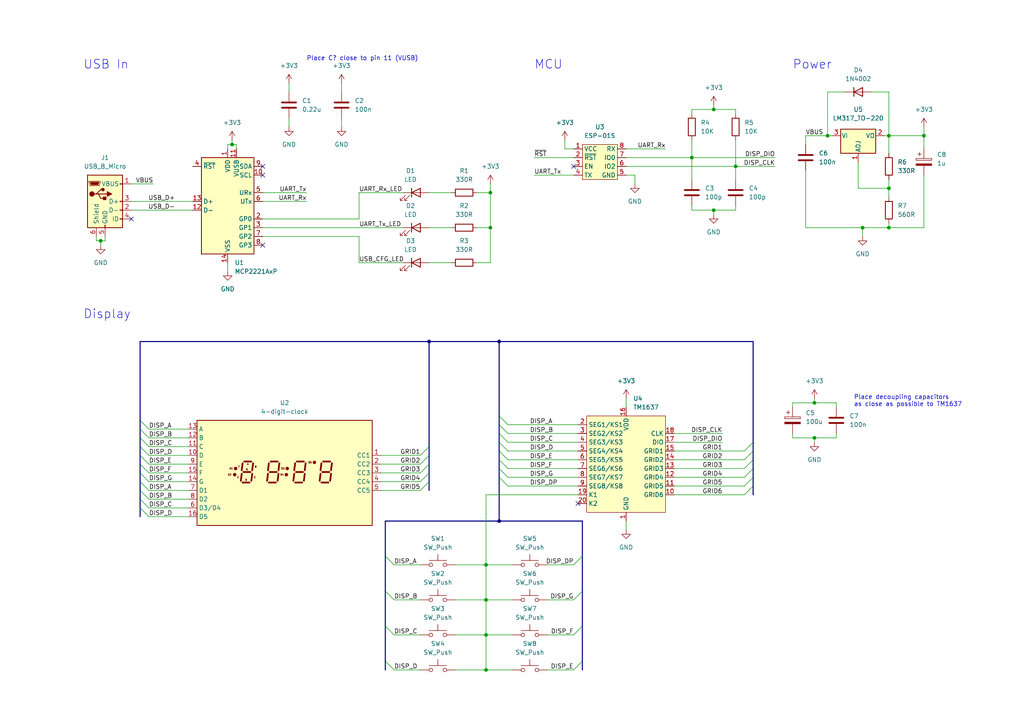
<source format=kicad_sch>
(kicad_sch (version 20211123) (generator eeschema)
  (paper "A4")
  (title_block (title "Large Network Clock") (date "2023-02-11") (rev "0.1") (company "Matthew Nickson") (comment 1 "Licence: CERN-OHL-P-2.0 or any later version"))
  (lib_symbols
    (symbol "Connector:USB_B_Micro" (pin_names (offset 1.016))
      (property "Reference" "J" (at -5.08 11.43 0))
      (property "Value" "USB_B_Micro" (at -5.08 8.89 0))
      (symbol "USB_B_Micro_0_1"
        (rectangle (start -5.08 -7.62) (end 5.08 7.62) (stroke (width 0.254)) (fill (type background)))
        (circle (center -3.81 2.159) (radius 0.635) (stroke (width 0.254)) (fill (type outline)))
        (circle (center -0.635 3.429) (radius 0.381) (stroke (width 0.254)) (fill (type outline)))
        (rectangle (start -0.127 -7.62) (end 0.127 -6.858))
        (polyline (pts (xy -1.905 2.159) (xy 0.635 2.159)) (stroke (width 0.254)))
        (polyline (pts (xy -3.175 2.159) (xy -2.54 2.159) (xy -1.27 3.429) (xy -0.635 3.429)) (stroke (width 0.254)))
        (polyline (pts (xy -2.54 2.159) (xy -1.905 2.159) (xy -1.27 0.889) (xy 0 0.889)) (stroke (width 0.254)))
        (polyline (pts (xy 0.635 2.794) (xy 0.635 1.524) (xy 1.905 2.159) (xy 0.635 2.794)) (stroke (width 0.254)) (fill (type outline)))
        (polyline (pts (xy -4.318 5.588) (xy -1.778 5.588) (xy -2.032 4.826) (xy -4.064 4.826) (xy -4.318 5.588)) (fill (type outline)))
        (polyline (pts (xy -4.699 5.842) (xy -4.699 5.588) (xy -4.445 4.826) (xy -4.445 4.572) (xy -1.651 4.572) (xy -1.651 4.826) (xy -1.397 5.588) (xy -1.397 5.842) (xy -4.699 5.842)))
        (rectangle (start 0.254 1.27) (end -0.508 0.508) (stroke (width 0.254)) (fill (type outline)))
        (rectangle (start 5.08 -5.207) (end 4.318 -4.953))
        (rectangle (start 5.08 -2.667) (end 4.318 -2.413))
        (rectangle (start 5.08 -0.127) (end 4.318 0.127))
        (rectangle (start 5.08 4.953) (end 4.318 5.207))
      )
      (symbol "USB_B_Micro_1_1"
        (pin power_out line (at 7.62 5.08 180) (length 2.54) (name "VBUS") (number "1"))
        (pin bidirectional line (at 7.62 -2.54 180) (length 2.54) (name "D-") (number "2"))
        (pin bidirectional line (at 7.62 0 180) (length 2.54) (name "D+") (number "3"))
        (pin passive line (at 7.62 -5.08 180) (length 2.54) (name "ID") (number "4"))
        (pin power_out line (at 0 -10.16 90) (length 2.54) (name "GND") (number "5"))
        (pin passive line (at -2.54 -10.16 90) (length 2.54) (name "Shield") (number "6"))
      )
    )
    (symbol "Device:C" (pin_numbers hide) (pin_names (offset 0.254))
      (property "Reference" "C" (at 0.635 2.54 0))
      (property "Value" "C" (at 0.635 -2.54 0))
      (symbol "C_0_1"
        (polyline (pts (xy -2.032 -0.762) (xy 2.032 -0.762)) (stroke (width 0.508)))
        (polyline (pts (xy -2.032 0.762) (xy 2.032 0.762)) (stroke (width 0.508)))
      )
      (symbol "C_1_1"
        (pin passive line (at 0 3.81 270) (length 2.794) (name "~") (number "1"))
        (pin passive line (at 0 -3.81 90) (length 2.794) (name "~") (number "2"))
      )
    )
    (symbol "Device:C_Polarized" (pin_numbers hide) (pin_names (offset 0.254))
      (property "Reference" "C" (at 0.635 2.54 0))
      (property "Value" "C_Polarized" (at 0.635 -2.54 0))
      (symbol "C_Polarized_0_1"
        (rectangle (start -2.286 0.508) (end 2.286 1.016))
        (polyline (pts (xy -1.778 2.286) (xy -0.762 2.286)))
        (polyline (pts (xy -1.27 2.794) (xy -1.27 1.778)))
        (rectangle (start 2.286 -0.508) (end -2.286 -1.016) (fill (type outline)))
      )
      (symbol "C_Polarized_1_1"
        (pin passive line (at 0 3.81 270) (length 2.794) (name "~") (number "1"))
        (pin passive line (at 0 -3.81 90) (length 2.794) (name "~") (number "2"))
      )
    )
    (symbol "Device:LED" (pin_numbers hide) (pin_names (offset 1.016) hide)
      (property "Reference" "D" (at 0 2.54 0))
      (property "Value" "LED" (at 0 -2.54 0))
      (symbol "LED_0_1"
        (polyline (pts (xy -1.27 -1.27) (xy -1.27 1.27)) (stroke (width 0.254)))
        (polyline (pts (xy -1.27 0) (xy 1.27 0)))
        (polyline (pts (xy 1.27 -1.27) (xy 1.27 1.27) (xy -1.27 0) (xy 1.27 -1.27)) (stroke (width 0.254)))
        (polyline (pts (xy -3.048 -0.762) (xy -4.572 -2.286) (xy -3.81 -2.286) (xy -4.572 -2.286) (xy -4.572 -1.524)))
        (polyline (pts (xy -1.778 -0.762) (xy -3.302 -2.286) (xy -2.54 -2.286) (xy -3.302 -2.286) (xy -3.302 -1.524)))
      )
      (symbol "LED_1_1"
        (pin passive line (at -3.81 0 0) (length 2.54) (name "K") (number "1"))
        (pin passive line (at 3.81 0 180) (length 2.54) (name "A") (number "2"))
      )
    )
    (symbol "Device:R" (pin_numbers hide) (pin_names (offset 0))
      (property "Reference" "R" (at 2.032 0 90))
      (property "Value" "R" (at 0 0 90))
      (symbol "R_0_1"
        (rectangle (start -1.016 -2.54) (end 1.016 2.54) (stroke (width 0.254)))
      )
      (symbol "R_1_1"
        (pin passive line (at 0 3.81 270) (length 1.27) (name "~") (number "1"))
        (pin passive line (at 0 -3.81 90) (length 1.27) (name "~") (number "2"))
      )
    )
    (symbol "Diode:1N4002" (pin_numbers hide) (pin_names hide)
      (property "Reference" "D" (at 0 2.54 0))
      (property "Value" "1N4002" (at 0 -2.54 0))
      (symbol "1N4002_0_1"
        (polyline (pts (xy -1.27 1.27) (xy -1.27 -1.27)) (stroke (width 0.254)))
        (polyline (pts (xy 1.27 0) (xy -1.27 0)))
        (polyline (pts (xy 1.27 1.27) (xy 1.27 -1.27) (xy -1.27 0) (xy 1.27 1.27)) (stroke (width 0.254)))
      )
      (symbol "1N4002_1_1"
        (pin passive line (at -3.81 0 0) (length 2.54) (name "K") (number "1"))
        (pin passive line (at 3.81 0 180) (length 2.54) (name "A") (number "2"))
      )
    )
    (symbol "Interface_USB:MCP2221AxP"
      (property "Reference" "U" (at -7.62 16.51 0))
      (property "Value" "MCP2221AxP" (at 12.7 16.51 0))
      (symbol "MCP2221AxP_0_1"
        (rectangle (start -7.62 15.24) (end 7.62 -12.7) (stroke (width 0.254)) (fill (type background)))
      )
      (symbol "MCP2221AxP_1_1"
        (pin power_in line (at 0 17.78 270) (length 2.54) (name "VDD") (number "1"))
        (pin bidirectional line (at 10.16 10.16 180) (length 2.54) (name "SCL") (number "10"))
        (pin passive line (at 2.54 17.78 270) (length 2.54) (name "VUSB") (number "11"))
        (pin bidirectional line (at -10.16 0 0) (length 2.54) (name "D-") (number "12"))
        (pin bidirectional line (at -10.16 2.54 0) (length 2.54) (name "D+") (number "13"))
        (pin power_in line (at 0 -15.24 90) (length 2.54) (name "VSS") (number "14"))
        (pin bidirectional line (at 10.16 -2.54 180) (length 2.54) (name "GP0") (number "2"))
        (pin bidirectional line (at 10.16 -5.08 180) (length 2.54) (name "GP1") (number "3"))
        (pin input line (at -10.16 12.7 0) (length 2.54) (name "~{RST}") (number "4"))
        (pin input line (at 10.16 5.08 180) (length 2.54) (name "URx") (number "5"))
        (pin output line (at 10.16 2.54 180) (length 2.54) (name "UTx") (number "6"))
        (pin bidirectional line (at 10.16 -7.62 180) (length 2.54) (name "GP2") (number "7"))
        (pin bidirectional line (at 10.16 -10.16 180) (length 2.54) (name "GP3") (number "8"))
        (pin bidirectional line (at 10.16 12.7 180) (length 2.54) (name "SDA") (number "9"))
      )
    )
    (symbol "Regulator_Linear:LM317_TO-220" (pin_names (offset 0.254))
      (property "Reference" "U" (at -3.81 3.175 0))
      (property "Value" "LM317_TO-220" (at 0 3.175 0))
      (symbol "LM317_TO-220_0_1"
        (rectangle (start -5.08 1.905) (end 5.08 -5.08) (stroke (width 0.254)) (fill (type background)))
      )
      (symbol "LM317_TO-220_1_1"
        (pin input line (at 0 -7.62 90) (length 2.54) (name "ADJ") (number "1"))
        (pin power_out line (at 7.62 0 180) (length 2.54) (name "VO") (number "2"))
        (pin power_in line (at -7.62 0 0) (length 2.54) (name "VI") (number "3"))
      )
    )
    (symbol "Switch:SW_Push" (pin_numbers hide) (pin_names (offset 1.016) hide)
      (property "Reference" "SW" (at 1.27 2.54 0))
      (property "Value" "SW_Push" (at 0 -1.524 0))
      (symbol "SW_Push_0_1"
        (circle (center -2.032 0) (radius 0.508))
        (polyline (pts (xy 0 1.27) (xy 0 3.048)))
        (polyline (pts (xy 2.54 1.27) (xy -2.54 1.27)))
        (circle (center 2.032 0) (radius 0.508))
        (pin passive line (at -5.08 0 0) (length 2.54) (name "1") (number "1"))
        (pin passive line (at 5.08 0 180) (length 2.54) (name "2") (number "2"))
      )
    )
    (symbol "power:+3V3" (power) (pin_names (offset 0))
      (property "Value" "+3V3" (at 0 3.556 0))
      (symbol "+3V3_0_1"
        (polyline (pts (xy -0.762 1.27) (xy 0 2.54)))
        (polyline (pts (xy 0 0) (xy 0 2.54)))
        (polyline (pts (xy 0 2.54) (xy 0.762 1.27)))
      )
      (symbol "+3V3_1_1"
        (pin power_in line (at 0 0 90) (length 0) hide (name "+3V3") (number "1"))
      )
    )
    (symbol "power:GND" (power) (pin_names (offset 0))
      (property "Value" "GND" (at 0 -3.81 0))
      (symbol "GND_0_1"
        (polyline (pts (xy 0 0) (xy 0 -1.27) (xy 1.27 -1.27) (xy 0 -2.54) (xy -1.27 -1.27) (xy 0 -1.27)))
      )
      (symbol "GND_1_1"
        (pin power_in line (at 0 0 270) (length 0) hide (name "GND") (number "1"))
      )
    )
    (symbol "project_symbols:4-digit-clock"
      (property "Reference" "U" (at 0 0 0))
      (property "Value" "4-digit-clock" (at 0 0 0))
      (symbol "4-digit-clock_0_0"
        (rectangle (start -25.4 -3.81) (end 25.4 -34.29) (stroke (width 0.254)) (fill (type background)))
      )
      (symbol "4-digit-clock_0_1"
        (circle (center -14.478 -19.558) (radius 0.0001) (stroke (width 0.5)))
        (circle (center -14.224 -17.78) (radius 0.0001) (stroke (width 0.5)))
        (circle (center 0.508 -19.558) (radius 0.0001) (stroke (width 0.5)))
        (circle (center 0.762 -17.78) (radius 0.0001) (stroke (width 0.5)))
        (circle (center 8.636 -16.002) (radius 0.0001) (stroke (width 0.5)))
      )
      (symbol "4-digit-clock_1_0"
        (text "A" (at -10.668 -16.51 0) (effects (font (size 0.508 0.508))))
        (text "B" (at -8.382 -17.272 0) (effects (font (size 0.508 0.508))))
        (text "C" (at -8.636 -20.32 0) (effects (font (size 0.508 0.508))))
        (text "D" (at -11.176 -21.082 0) (effects (font (size 0.508 0.508))))
        (text "D1" (at -15.494 -17.78 0) (effects (font (size 0.508 0.508))))
        (text "D2" (at -15.9512 -19.558 0) (effects (font (size 0.508 0.508))))
        (text "D3" (at -0.508 -17.78 0) (effects (font (size 0.508 0.508))))
        (text "D4" (at -0.762 -19.558 0) (effects (font (size 0.508 0.508))))
        (text "D5" (at 7.366 -16.002 0) (effects (font (size 0.508 0.508))))
        (text "E" (at -13.462 -20.32 0) (effects (font (size 0.508 0.508))))
        (text "F" (at -13.208 -17.272 0) (effects (font (size 0.508 0.508))))
        (text "G" (at -10.922 -18.034 0) (effects (font (size 0.508 0.508))))
      )
      (symbol "4-digit-clock_1_1"
        (polyline (pts (xy -12.446 -19.304) (xy -12.7 -21.336)) (stroke (width 0.508)))
        (polyline (pts (xy -12.192 -21.844) (xy -10.16 -21.844)) (stroke (width 0.508)))
        (polyline (pts (xy -12.192 -16.256) (xy -12.446 -18.288)) (stroke (width 0.508)))
        (polyline (pts (xy -11.938 -18.796) (xy -9.906 -18.796)) (stroke (width 0.508)))
        (polyline (pts (xy -11.684 -15.748) (xy -9.652 -15.748)) (stroke (width 0.508)))
        (polyline (pts (xy -9.398 -19.304) (xy -9.652 -21.336)) (stroke (width 0.508)))
        (polyline (pts (xy -9.144 -16.256) (xy -9.398 -18.288)) (stroke (width 0.508)))
        (polyline (pts (xy -8.382 -21.844) (xy -8.382 -21.844)) (stroke (width 0.508)))
        (polyline (pts (xy -4.826 -19.304) (xy -5.08 -21.336)) (stroke (width 0.508)))
        (polyline (pts (xy -4.572 -21.844) (xy -2.54 -21.844)) (stroke (width 0.508)))
        (polyline (pts (xy -4.572 -16.256) (xy -4.826 -18.288)) (stroke (width 0.508)))
        (polyline (pts (xy -4.318 -18.796) (xy -2.286 -18.796)) (stroke (width 0.508)))
        (polyline (pts (xy -4.064 -15.748) (xy -2.032 -15.748)) (stroke (width 0.508)))
        (polyline (pts (xy -1.778 -19.304) (xy -2.032 -21.336)) (stroke (width 0.508)))
        (polyline (pts (xy -1.524 -16.256) (xy -1.778 -18.288)) (stroke (width 0.508)))
        (polyline (pts (xy -0.762 -21.844) (xy -0.762 -21.844)) (stroke (width 0.508)))
        (polyline (pts (xy 2.794 -19.304) (xy 2.54 -21.336)) (stroke (width 0.508)))
        (polyline (pts (xy 3.048 -21.844) (xy 5.08 -21.844)) (stroke (width 0.508)))
        (polyline (pts (xy 3.048 -16.256) (xy 2.794 -18.288)) (stroke (width 0.508)))
        (polyline (pts (xy 3.302 -18.796) (xy 5.334 -18.796)) (stroke (width 0.508)))
        (polyline (pts (xy 3.556 -15.748) (xy 5.588 -15.748)) (stroke (width 0.508)))
        (polyline (pts (xy 5.842 -19.304) (xy 5.588 -21.336)) (stroke (width 0.508)))
        (polyline (pts (xy 6.096 -16.256) (xy 5.842 -18.288)) (stroke (width 0.508)))
        (polyline (pts (xy 6.858 -21.844) (xy 6.858 -21.844)) (stroke (width 0.508)))
        (polyline (pts (xy 10.414 -19.304) (xy 10.16 -21.336)) (stroke (width 0.508)))
        (polyline (pts (xy 10.668 -21.844) (xy 12.7 -21.844)) (stroke (width 0.508)))
        (polyline (pts (xy 10.668 -16.256) (xy 10.414 -18.288)) (stroke (width 0.508)))
        (polyline (pts (xy 10.922 -18.796) (xy 12.954 -18.796)) (stroke (width 0.508)))
        (polyline (pts (xy 11.176 -15.748) (xy 13.208 -15.748)) (stroke (width 0.508)))
        (polyline (pts (xy 13.462 -19.304) (xy 13.208 -21.336)) (stroke (width 0.508)))
        (polyline (pts (xy 13.716 -16.256) (xy 13.462 -18.288)) (stroke (width 0.508)))
        (polyline (pts (xy 14.478 -21.844) (xy 14.478 -21.844)) (stroke (width 0.508)))
        (pin input line (at 27.94 -13.97 180) (length 2.54) (name "CC1") (number "1"))
        (pin input line (at -27.94 -13.97 0) (length 2.54) (name "D") (number "10"))
        (pin input line (at -27.94 -11.43 0) (length 2.54) (name "C") (number "11"))
        (pin input line (at -27.94 -8.89 0) (length 2.54) (name "B") (number "12"))
        (pin input line (at -27.94 -6.35 0) (length 2.54) (name "A") (number "13"))
        (pin input line (at -27.94 -21.59 0) (length 2.54) (name "G") (number "14"))
        (pin input line (at -27.94 -19.05 0) (length 2.54) (name "F") (number "15"))
        (pin input line (at -27.94 -31.75 0) (length 2.54) (name "D5") (number "16"))
        (pin input line (at 27.94 -16.51 180) (length 2.54) (name "CC2") (number "2"))
        (pin input line (at 27.94 -19.05 180) (length 2.54) (name "CC3") (number "3"))
        (pin input line (at 27.94 -21.59 180) (length 2.54) (name "CC4") (number "4"))
        (pin input line (at 27.94 -24.13 180) (length 2.54) (name "CC5") (number "5"))
        (pin input line (at -27.94 -29.21 0) (length 2.54) (name "D3/D4") (number "6"))
        (pin input line (at -27.94 -24.13 0) (length 2.54) (name "D1") (number "7"))
        (pin input line (at -27.94 -26.67 0) (length 2.54) (name "D2") (number "8"))
        (pin input line (at -27.94 -16.51 0) (length 2.54) (name "E") (number "9"))
      )
    )
    (symbol "project_symbols:ESP-01S"
      (property "Reference" "U" (at 0 0 0))
      (property "Value" "ESP-01S" (at 0 0 0))
      (symbol "ESP-01S_0_1"
        (rectangle (start -5.08 -2.54) (end 5.08 -12.7) (fill (type background)))
      )
      (symbol "ESP-01S_1_1"
        (pin power_in line (at -7.62 -3.81 0) (length 2.54) (name "VCC") (number "1"))
        (pin input line (at -7.62 -6.35 0) (length 2.54) (name "~{RST}") (number "2"))
        (pin input line (at -7.62 -8.89 0) (length 2.54) (name "EN") (number "3"))
        (pin output line (at -7.62 -11.43 0) (length 2.54) (name "TX") (number "4"))
        (pin power_in line (at 7.62 -11.43 180) (length 2.54) (name "GND") (number "5"))
        (pin bidirectional line (at 7.62 -8.89 180) (length 2.54) (name "IO2") (number "6"))
        (pin bidirectional line (at 7.62 -6.35 180) (length 2.54) (name "IO0") (number "7"))
        (pin input line (at 7.62 -3.81 180) (length 2.54) (name "RX") (number "8"))
      )
    )
    (symbol "project_symbols:TM1637"
      (property "Reference" "U" (at 0 0 0))
      (property "Value" "TM1637" (at 0 0 0))
      (symbol "TM1637_0_1"
        (rectangle (start -5.08 -2.54) (end 17.78 -30.48) (fill (type background)))
      )
      (symbol "TM1637_1_1"
        (pin power_in line (at 6.35 -33.02 90) (length 2.54) (name "GND") (number "1"))
        (pin output line (at 20.32 -25.4 180) (length 2.54) (name "GRID6") (number "10"))
        (pin output line (at 20.32 -22.86 180) (length 2.54) (name "GRID5") (number "11"))
        (pin output line (at 20.32 -20.32 180) (length 2.54) (name "GRID4") (number "12"))
        (pin output line (at 20.32 -17.78 180) (length 2.54) (name "GRID3") (number "13"))
        (pin output line (at 20.32 -15.24 180) (length 2.54) (name "GRID2") (number "14"))
        (pin output line (at 20.32 -12.7 180) (length 2.54) (name "GRID1") (number "15"))
        (pin power_in line (at 6.35 0 270) (length 2.54) (name "VDD") (number "16"))
        (pin bidirectional line (at 20.32 -10.16 180) (length 2.54) (name "DIO") (number "17"))
        (pin input line (at 20.32 -7.62 180) (length 2.54) (name "CLK") (number "18"))
        (pin input line (at -7.62 -25.4 0) (length 2.54) (name "K1") (number "19"))
        (pin bidirectional line (at -7.62 -5.08 0) (length 2.54) (name "SEG1/KS1") (number "2"))
        (pin input line (at -7.62 -27.94 0) (length 2.54) (name "K2") (number "20"))
        (pin bidirectional line (at -7.62 -7.62 0) (length 2.54) (name "SEG2/KS2") (number "3"))
        (pin bidirectional line (at -7.62 -10.16 0) (length 2.54) (name "SEG3/KS3") (number "4"))
        (pin bidirectional line (at -7.62 -12.7 0) (length 2.54) (name "SEG4/KS4") (number "5"))
        (pin bidirectional line (at -7.62 -15.24 0) (length 2.54) (name "SEG5/KS5") (number "6"))
        (pin bidirectional line (at -7.62 -17.78 0) (length 2.54) (name "SEG6/KS6") (number "7"))
        (pin bidirectional line (at -7.62 -20.32 0) (length 2.54) (name "SEG7/KS7") (number "8"))
        (pin bidirectional line (at -7.62 -22.86 0) (length 2.54) (name "SEG8/KS8") (number "9"))
      )
    )
  )
  (junction (at 142.24 55.88))
  (junction (at 257.81 39.37))
  (junction (at 267.97 39.37))
  (junction (at 240.03 39.37))
  (junction (at 29.21 69.85))
  (junction (at 257.81 54.61))
  (junction (at 140.97 173.99))
  (junction (at 144.78 99.06))
  (junction (at 236.22 127))
  (junction (at 144.78 151.13))
  (junction (at 200.66 45.72))
  (junction (at 124.46 99.06))
  (junction (at 236.22 116.84))
  (junction (at 250.19 66.04))
  (junction (at 207.01 31.75))
  (junction (at 207.01 60.96))
  (junction (at 140.97 184.15))
  (junction (at 257.81 66.04))
  (junction (at 67.31 41.91))
  (junction (at 142.24 66.04))
  (junction (at 213.36 48.26))
  (junction (at 140.97 163.83))
  (junction (at 140.97 194.31))
  (no_connect (at 38.1 63.5))
  (no_connect (at 76.2 48.26))
  (no_connect (at 76.2 71.12))
  (no_connect (at 76.2 50.8))
  (no_connect (at 166.37 48.26))
  (no_connect (at 167.64 146.05))
  (bus_entry (at 215.9 143.51) (size 2.54 -2.54))
  (bus_entry (at 111.76 181.61) (size 2.54 2.54))
  (bus_entry (at 124.46 137.16) (size -2.54 2.54))
  (bus_entry (at 166.37 173.99) (size 2.54 -2.54))
  (bus_entry (at 124.46 134.62) (size -2.54 2.54))
  (bus_entry (at 40.64 124.46) (size 2.54 2.54))
  (bus_entry (at 40.64 147.32) (size 2.54 2.54))
  (bus_entry (at 144.78 128.27) (size 2.54 2.54))
  (bus_entry (at 40.64 142.24) (size 2.54 2.54))
  (bus_entry (at 144.78 120.65) (size 2.54 2.54))
  (bus_entry (at 40.64 129.54) (size 2.54 2.54))
  (bus_entry (at 168.91 191.77) (size -2.54 2.54))
  (bus_entry (at 40.64 139.7) (size 2.54 2.54))
  (bus_entry (at 215.9 138.43) (size 2.54 -2.54))
  (bus_entry (at 124.46 132.08) (size -2.54 2.54))
  (bus_entry (at 144.78 135.89) (size 2.54 2.54))
  (bus_entry (at 40.64 121.92) (size 2.54 2.54))
  (bus_entry (at 144.78 125.73) (size 2.54 2.54))
  (bus_entry (at 40.64 127) (size 2.54 2.54))
  (bus_entry (at 144.78 130.81) (size 2.54 2.54))
  (bus_entry (at 215.9 135.89) (size 2.54 -2.54))
  (bus_entry (at 124.46 139.7) (size -2.54 2.54))
  (bus_entry (at 40.64 132.08) (size 2.54 2.54))
  (bus_entry (at 166.37 163.83) (size 2.54 -2.54))
  (bus_entry (at 144.78 133.35) (size 2.54 2.54))
  (bus_entry (at 40.64 137.16) (size 2.54 2.54))
  (bus_entry (at 40.64 144.78) (size 2.54 2.54))
  (bus_entry (at 144.78 123.19) (size 2.54 2.54))
  (bus_entry (at 215.9 130.81) (size 2.54 -2.54))
  (bus_entry (at 111.76 161.29) (size 2.54 2.54))
  (bus_entry (at 144.78 138.43) (size 2.54 2.54))
  (bus_entry (at 166.37 184.15) (size 2.54 -2.54))
  (bus_entry (at 40.64 134.62) (size 2.54 2.54))
  (bus_entry (at 111.76 171.45) (size 2.54 2.54))
  (bus_entry (at 215.9 133.35) (size 2.54 -2.54))
  (bus_entry (at 124.46 129.54) (size -2.54 2.54))
  (bus_entry (at 215.9 140.97) (size 2.54 -2.54))
  (bus_entry (at 111.76 191.77) (size 2.54 2.54))
  (wire (pts (xy 104.14 55.88) (xy 116.84 55.88)))
  (wire (pts (xy 236.22 127) (xy 242.57 127)))
  (wire (pts (xy 200.66 45.72) (xy 200.66 52.07)))
  (bus (pts (xy 144.78 138.43) (xy 144.78 151.13)))
  (wire (pts (xy 207.01 60.96) (xy 213.36 60.96)))
  (wire (pts (xy 147.32 133.35) (xy 167.64 133.35)))
  (bus (pts (xy 111.76 191.77) (xy 111.76 194.31)))
  (wire (pts (xy 140.97 194.31) (xy 148.59 194.31)))
  (wire (pts (xy 233.68 49.53) (xy 233.68 66.04)))
  (bus (pts (xy 40.64 121.92) (xy 40.64 124.46)))
  (wire (pts (xy 267.97 66.04) (xy 257.81 66.04)))
  (wire (pts (xy 195.58 130.81) (xy 215.9 130.81)))
  (wire (pts (xy 110.49 132.08) (xy 121.92 132.08)))
  (wire (pts (xy 207.01 31.75) (xy 213.36 31.75)))
  (wire (pts (xy 83.82 34.29) (xy 83.82 36.83)))
  (wire (pts (xy 43.18 129.54) (xy 54.61 129.54)))
  (wire (pts (xy 166.37 43.18) (xy 163.83 43.18)))
  (wire (pts (xy 43.18 127) (xy 54.61 127)))
  (wire (pts (xy 110.49 142.24) (xy 121.92 142.24)))
  (wire (pts (xy 229.87 127) (xy 236.22 127)))
  (wire (pts (xy 213.36 48.26) (xy 213.36 52.07)))
  (wire (pts (xy 181.61 48.26) (xy 213.36 48.26)))
  (wire (pts (xy 213.36 40.64) (xy 213.36 48.26)))
  (bus (pts (xy 40.64 132.08) (xy 40.64 134.62)))
  (bus (pts (xy 218.44 140.97) (xy 218.44 143.51)))
  (wire (pts (xy 233.68 39.37) (xy 240.03 39.37)))
  (wire (pts (xy 236.22 116.84) (xy 242.57 116.84)))
  (bus (pts (xy 168.91 151.13) (xy 168.91 161.29)))
  (wire (pts (xy 195.58 138.43) (xy 215.9 138.43)))
  (wire (pts (xy 200.66 60.96) (xy 207.01 60.96)))
  (bus (pts (xy 144.78 99.06) (xy 144.78 120.65)))
  (wire (pts (xy 267.97 50.8) (xy 267.97 66.04)))
  (wire (pts (xy 195.58 143.51) (xy 215.9 143.51)))
  (wire (pts (xy 140.97 173.99) (xy 140.97 184.15)))
  (bus (pts (xy 124.46 99.06) (xy 124.46 129.54)))
  (wire (pts (xy 166.37 194.31) (xy 158.75 194.31)))
  (wire (pts (xy 158.75 163.83) (xy 166.37 163.83)))
  (wire (pts (xy 114.3 194.31) (xy 121.92 194.31)))
  (wire (pts (xy 236.22 127) (xy 236.22 128.27)))
  (wire (pts (xy 267.97 36.83) (xy 267.97 39.37)))
  (bus (pts (xy 124.46 134.62) (xy 124.46 137.16)))
  (wire (pts (xy 66.04 41.91) (xy 67.31 41.91)))
  (wire (pts (xy 67.31 40.64) (xy 67.31 41.91)))
  (bus (pts (xy 40.64 137.16) (xy 40.64 139.7)))
  (bus (pts (xy 144.78 123.19) (xy 144.78 125.73)))
  (wire (pts (xy 257.81 54.61) (xy 257.81 57.15)))
  (wire (pts (xy 195.58 128.27) (xy 209.55 128.27)))
  (wire (pts (xy 147.32 135.89) (xy 167.64 135.89)))
  (wire (pts (xy 43.18 139.7) (xy 54.61 139.7)))
  (wire (pts (xy 200.66 31.75) (xy 207.01 31.75)))
  (wire (pts (xy 195.58 140.97) (xy 215.9 140.97)))
  (wire (pts (xy 43.18 132.08) (xy 54.61 132.08)))
  (wire (pts (xy 167.64 123.19) (xy 147.32 123.19)))
  (bus (pts (xy 124.46 129.54) (xy 124.46 132.08)))
  (wire (pts (xy 229.87 116.84) (xy 236.22 116.84)))
  (wire (pts (xy 76.2 68.58) (xy 104.14 68.58)))
  (wire (pts (xy 184.15 50.8) (xy 184.15 53.34)))
  (wire (pts (xy 38.1 58.42) (xy 55.88 58.42)))
  (wire (pts (xy 195.58 135.89) (xy 215.9 135.89)))
  (bus (pts (xy 218.44 130.81) (xy 218.44 133.35)))
  (wire (pts (xy 138.43 55.88) (xy 142.24 55.88)))
  (bus (pts (xy 218.44 99.06) (xy 218.44 128.27)))
  (wire (pts (xy 142.24 55.88) (xy 142.24 53.34)))
  (wire (pts (xy 200.66 33.02) (xy 200.66 31.75)))
  (wire (pts (xy 229.87 118.11) (xy 229.87 116.84)))
  (bus (pts (xy 40.64 99.06) (xy 40.64 121.92)))
  (wire (pts (xy 110.49 139.7) (xy 121.92 139.7)))
  (wire (pts (xy 27.94 69.85) (xy 29.21 69.85)))
  (wire (pts (xy 240.03 39.37) (xy 241.3 39.37)))
  (wire (pts (xy 43.18 144.78) (xy 54.61 144.78)))
  (bus (pts (xy 111.76 161.29) (xy 111.76 171.45)))
  (wire (pts (xy 200.66 59.69) (xy 200.66 60.96)))
  (wire (pts (xy 257.81 44.45) (xy 257.81 39.37)))
  (wire (pts (xy 213.36 48.26) (xy 224.79 48.26)))
  (wire (pts (xy 147.32 140.97) (xy 167.64 140.97)))
  (wire (pts (xy 29.21 69.85) (xy 30.48 69.85)))
  (wire (pts (xy 250.19 66.04) (xy 257.81 66.04)))
  (wire (pts (xy 147.32 128.27) (xy 167.64 128.27)))
  (wire (pts (xy 29.21 69.85) (xy 29.21 71.12)))
  (wire (pts (xy 181.61 50.8) (xy 184.15 50.8)))
  (bus (pts (xy 40.64 124.46) (xy 40.64 127)))
  (wire (pts (xy 132.08 184.15) (xy 140.97 184.15)))
  (wire (pts (xy 99.06 34.29) (xy 99.06 36.83)))
  (wire (pts (xy 43.18 147.32) (xy 54.61 147.32)))
  (wire (pts (xy 76.2 66.04) (xy 116.84 66.04)))
  (bus (pts (xy 144.78 151.13) (xy 111.76 151.13)))
  (wire (pts (xy 76.2 55.88) (xy 88.9 55.88)))
  (wire (pts (xy 142.24 66.04) (xy 142.24 55.88)))
  (bus (pts (xy 40.64 147.32) (xy 40.64 149.86)))
  (bus (pts (xy 168.91 161.29) (xy 168.91 171.45)))
  (wire (pts (xy 142.24 66.04) (xy 142.24 76.2)))
  (bus (pts (xy 218.44 133.35) (xy 218.44 135.89)))
  (wire (pts (xy 147.32 130.81) (xy 167.64 130.81)))
  (wire (pts (xy 76.2 63.5) (xy 104.14 63.5)))
  (wire (pts (xy 257.81 52.07) (xy 257.81 54.61)))
  (wire (pts (xy 138.43 76.2) (xy 142.24 76.2)))
  (bus (pts (xy 40.64 134.62) (xy 40.64 137.16)))
  (wire (pts (xy 147.32 125.73) (xy 167.64 125.73)))
  (wire (pts (xy 236.22 115.57) (xy 236.22 116.84)))
  (wire (pts (xy 138.43 66.04) (xy 142.24 66.04)))
  (wire (pts (xy 114.3 184.15) (xy 121.92 184.15)))
  (wire (pts (xy 158.75 173.99) (xy 166.37 173.99)))
  (wire (pts (xy 257.81 66.04) (xy 257.81 64.77)))
  (wire (pts (xy 116.84 76.2) (xy 104.14 76.2)))
  (wire (pts (xy 140.97 143.51) (xy 140.97 163.83)))
  (wire (pts (xy 43.18 134.62) (xy 54.61 134.62)))
  (wire (pts (xy 66.04 43.18) (xy 66.04 41.91)))
  (wire (pts (xy 195.58 125.73) (xy 209.55 125.73)))
  (wire (pts (xy 158.75 184.15) (xy 166.37 184.15)))
  (wire (pts (xy 140.97 173.99) (xy 148.59 173.99)))
  (wire (pts (xy 181.61 151.13) (xy 181.61 153.67)))
  (bus (pts (xy 144.78 130.81) (xy 144.78 133.35)))
  (wire (pts (xy 104.14 76.2) (xy 104.14 68.58)))
  (wire (pts (xy 245.11 26.67) (xy 240.03 26.67)))
  (bus (pts (xy 144.78 125.73) (xy 144.78 128.27)))
  (wire (pts (xy 132.08 173.99) (xy 140.97 173.99)))
  (wire (pts (xy 181.61 115.57) (xy 181.61 118.11)))
  (wire (pts (xy 233.68 41.91) (xy 233.68 39.37)))
  (wire (pts (xy 257.81 26.67) (xy 257.81 39.37)))
  (wire (pts (xy 30.48 69.85) (xy 30.48 68.58)))
  (bus (pts (xy 144.78 99.06) (xy 124.46 99.06)))
  (wire (pts (xy 248.92 46.99) (xy 248.92 54.61)))
  (wire (pts (xy 114.3 173.99) (xy 121.92 173.99)))
  (wire (pts (xy 54.61 124.46) (xy 43.18 124.46)))
  (wire (pts (xy 104.14 63.5) (xy 104.14 55.88)))
  (wire (pts (xy 181.61 43.18) (xy 193.04 43.18)))
  (wire (pts (xy 250.19 66.04) (xy 250.19 68.58)))
  (wire (pts (xy 207.01 30.48) (xy 207.01 31.75)))
  (wire (pts (xy 67.31 41.91) (xy 68.58 41.91)))
  (wire (pts (xy 140.97 184.15) (xy 140.97 194.31)))
  (bus (pts (xy 40.64 129.54) (xy 40.64 132.08)))
  (wire (pts (xy 38.1 60.96) (xy 55.88 60.96)))
  (wire (pts (xy 140.97 184.15) (xy 148.59 184.15)))
  (bus (pts (xy 144.78 120.65) (xy 144.78 123.19)))
  (wire (pts (xy 140.97 163.83) (xy 148.59 163.83)))
  (wire (pts (xy 68.58 41.91) (xy 68.58 43.18)))
  (wire (pts (xy 213.36 31.75) (xy 213.36 33.02)))
  (wire (pts (xy 200.66 40.64) (xy 200.66 45.72)))
  (bus (pts (xy 124.46 139.7) (xy 124.46 142.24)))
  (bus (pts (xy 124.46 137.16) (xy 124.46 139.7)))
  (wire (pts (xy 147.32 138.43) (xy 167.64 138.43)))
  (wire (pts (xy 252.73 26.67) (xy 257.81 26.67)))
  (wire (pts (xy 27.94 68.58) (xy 27.94 69.85)))
  (bus (pts (xy 168.91 181.61) (xy 168.91 191.77)))
  (wire (pts (xy 163.83 40.64) (xy 163.83 43.18)))
  (wire (pts (xy 38.1 53.34) (xy 44.45 53.34)))
  (wire (pts (xy 154.94 45.72) (xy 166.37 45.72)))
  (bus (pts (xy 218.44 138.43) (xy 218.44 140.97)))
  (wire (pts (xy 207.01 60.96) (xy 207.01 62.23)))
  (bus (pts (xy 144.78 151.13) (xy 168.91 151.13)))
  (wire (pts (xy 167.64 143.51) (xy 140.97 143.51)))
  (wire (pts (xy 233.68 66.04) (xy 250.19 66.04)))
  (bus (pts (xy 111.76 151.13) (xy 111.76 161.29)))
  (bus (pts (xy 218.44 99.06) (xy 144.78 99.06)))
  (wire (pts (xy 200.66 45.72) (xy 224.79 45.72)))
  (wire (pts (xy 229.87 125.73) (xy 229.87 127)))
  (wire (pts (xy 43.18 142.24) (xy 54.61 142.24)))
  (bus (pts (xy 124.46 99.06) (xy 40.64 99.06)))
  (wire (pts (xy 181.61 45.72) (xy 200.66 45.72)))
  (wire (pts (xy 140.97 194.31) (xy 132.08 194.31)))
  (bus (pts (xy 124.46 132.08) (xy 124.46 134.62)))
  (wire (pts (xy 124.46 76.2) (xy 130.81 76.2)))
  (wire (pts (xy 213.36 60.96) (xy 213.36 59.69)))
  (wire (pts (xy 267.97 43.18) (xy 267.97 39.37)))
  (wire (pts (xy 66.04 76.2) (xy 66.04 78.74)))
  (wire (pts (xy 257.81 39.37) (xy 256.54 39.37)))
  (wire (pts (xy 242.57 116.84) (xy 242.57 118.11)))
  (wire (pts (xy 132.08 163.83) (xy 140.97 163.83)))
  (wire (pts (xy 110.49 137.16) (xy 121.92 137.16)))
  (wire (pts (xy 114.3 163.83) (xy 121.92 163.83)))
  (bus (pts (xy 144.78 135.89) (xy 144.78 138.43)))
  (bus (pts (xy 218.44 128.27) (xy 218.44 130.81)))
  (wire (pts (xy 83.82 24.13) (xy 83.82 26.67)))
  (wire (pts (xy 154.94 50.8) (xy 166.37 50.8)))
  (bus (pts (xy 40.64 144.78) (xy 40.64 147.32)))
  (bus (pts (xy 144.78 128.27) (xy 144.78 130.81)))
  (wire (pts (xy 248.92 54.61) (xy 257.81 54.61)))
  (bus (pts (xy 111.76 171.45) (xy 111.76 181.61)))
  (bus (pts (xy 144.78 133.35) (xy 144.78 135.89)))
  (bus (pts (xy 40.64 139.7) (xy 40.64 142.24)))
  (wire (pts (xy 140.97 163.83) (xy 140.97 173.99)))
  (wire (pts (xy 43.18 137.16) (xy 54.61 137.16)))
  (wire (pts (xy 76.2 58.42) (xy 88.9 58.42)))
  (bus (pts (xy 40.64 127) (xy 40.64 129.54)))
  (wire (pts (xy 240.03 26.67) (xy 240.03 39.37)))
  (wire (pts (xy 124.46 66.04) (xy 130.81 66.04)))
  (wire (pts (xy 124.46 55.88) (xy 130.81 55.88)))
  (wire (pts (xy 242.57 127) (xy 242.57 125.73)))
  (wire (pts (xy 110.49 134.62) (xy 121.92 134.62)))
  (wire (pts (xy 195.58 133.35) (xy 215.9 133.35)))
  (bus (pts (xy 168.91 191.77) (xy 168.91 194.31)))
  (wire (pts (xy 43.18 149.86) (xy 54.61 149.86)))
  (bus (pts (xy 40.64 142.24) (xy 40.64 144.78)))
  (bus (pts (xy 111.76 181.61) (xy 111.76 191.77)))
  (wire (pts (xy 99.06 24.13) (xy 99.06 26.67)))
  (bus (pts (xy 168.91 171.45) (xy 168.91 181.61)))
  (wire (pts (xy 267.97 39.37) (xy 257.81 39.37)))
  (bus (pts (xy 218.44 135.89) (xy 218.44 138.43)))
  (text "Display" (at 24.13 92.71 0) (effects (font (size 2.54 2.54)) (justify left bottom)))
  (text "Power" (at 229.87 20.32 0) (effects (font (size 2.54 2.54)) (justify left bottom)))
  (text "Place C? close to pin 11 (VUSB)" (at 88.9 17.78 0) (effects (font (size 1.27 1.27)) (justify left bottom)))
  (text "MCU" (at 154.94 20.32 0) (effects (font (size 2.54 2.54)) (justify left bottom)))
  (text "USB In" (at 24.13 20.32 0) (effects (font (size 2.54 2.54)) (justify left bottom)))
  (text "Place decoupling capacitors\nas close as possible to TM1637" (at 247.65 118.11 0) (effects (font (size 1.27 1.27)) (justify left bottom)))
  (label "DISP_D" (at 153.6918 130.81 0))
  (label "DISP_B" (at 43.18 127 0))
  (label "DISP_DIO" (at 224.79 45.72 180))
  (label "GRID2" (at 209.55 133.35 180))
  (label "DISP_D" (at 43.18 132.08 0))
  (label "DISP_B" (at 114.3 173.99 0))
  (label "VBUS" (at 44.45 53.34 180))
  (label "~{RST}" (at 154.94 45.72 0))
  (label "DISP_G" (at 166.37 173.99 180))
  (label "USB_CFG_LED" (at 104.14 76.2 0))
  (label "DISP_B" (at 153.67 125.73 0))
  (label "DISP_G" (at 153.67 138.43 0))
  (label "DISP_DP" (at 153.67 140.97 0))
  (label "USB_D+" (at 50.8 58.42 180))
  (label "DISP_CLK" (at 209.55 125.73 180))
  (label "DISP_B" (at 43.18 144.78 0))
  (label "UART_Rx" (at 88.9 58.42 180))
  (label "DISP_DP" (at 166.37 163.83 180))
  (label "DISP_E" (at 153.67 133.35 0))
  (label "DISP_D" (at 43.18 149.86 0))
  (label "DISP_E" (at 43.18 134.62 0))
  (label "DISP_A" (at 153.67 123.19 0))
  (label "UART_Rx" (at 193.04 43.18 180))
  (label "DISP_CLK" (at 224.79 48.26 180))
  (label "DISP_C" (at 153.67 128.27 0))
  (label "DISP_E" (at 166.37 194.31 180))
  (label "UART_Tx_LED" (at 104.14 66.04 0))
  (label "GRID5" (at 121.92 142.24 180))
  (label "GRID3" (at 209.55 135.89 180))
  (label "UART_Tx" (at 154.94 50.8 0))
  (label "UART_Rx_LED" (at 104.14 55.88 0))
  (label "DISP_D" (at 114.3 194.31 0))
  (label "GRID2" (at 121.92 134.62 180))
  (label "VBUS" (at 233.68 39.37 0))
  (label "GRID6" (at 209.55 143.51 180))
  (label "DISP_DIO" (at 209.55 128.27 180))
  (label "GRID1" (at 121.92 132.08 180))
  (label "GRID4" (at 121.92 139.7 180))
  (label "DISP_F" (at 43.18 137.16 0))
  (label "DISP_A" (at 43.18 124.46 0))
  (label "USB_D-" (at 50.8 60.96 180))
  (label "GRID4" (at 209.55 138.43 180))
  (label "DISP_C" (at 114.3 184.15 0))
  (label "UART_Tx" (at 88.9 55.88 180))
  (label "DISP_G" (at 43.18 139.7 0))
  (label "DISP_F" (at 166.37 184.15 180))
  (label "DISP_C" (at 43.18 129.54 0))
  (label "DISP_C" (at 43.18 147.32 0))
  (label "DISP_A" (at 114.3 163.83 0))
  (label "GRID5" (at 209.55 140.97 180))
  (label "DISP_A" (at 43.18 142.24 0))
  (label "DISP_F" (at 153.67 135.89 0))
  (label "GRID1" (at 209.55 130.81 180))
  (label "GRID3" (at 121.92 137.16 180))
  (symbol (lib_id "Device:C") (at 200.66 55.88 0) (unit 1)
    (property "Reference" "C3" (at 204.47 54.6099 0) (effects (justify left)))
    (property "Value" "100p" (at 204.47 57.1499 0) (effects (justify left)))
  )
  (symbol (lib_id "Device:R") (at 134.62 76.2 270) (unit 1)
    (property "Reference" "R3" (at 134.62 69.85 90))
    (property "Value" "330R" (at 134.62 72.39 90))
  )
  (symbol (lib_id "Device:R") (at 134.62 66.04 270) (unit 1)
    (property "Reference" "R2" (at 134.62 59.69 90))
    (property "Value" "330R" (at 134.62 62.23 90))
  )
  (symbol (lib_id "power:+3V3") (at 207.01 30.48 0) (unit 1)
    (property "Reference" "#PWR013" (effects hide))
    (property "Value" "+3V3" (at 207.01 25.4 0))
  )
  (symbol (lib_id "power:+3V3") (at 67.31 40.64 0) (unit 1)
    (property "Reference" "#PWR03" (effects hide))
    (property "Value" "+3V3" (at 67.31 35.56 0))
  )
  (symbol (lib_id "power:+3V3") (at 83.82 24.13 0) (unit 1)
    (property "Reference" "#PWR04" (effects hide))
    (property "Value" "+3V3" (at 83.82 19.05 0))
  )
  (symbol (lib_id "Device:C") (at 233.68 45.72 0) (unit 1)
    (property "Reference" "C6" (at 237.49 44.4499 0) (effects (justify left)))
    (property "Value" "100n" (at 237.49 46.9899 0) (effects (justify left)))
  )
  (symbol (lib_id "power:+3V3") (at 267.97 36.83 0) (unit 1)
    (property "Reference" "#PWR018" (effects hide))
    (property "Value" "+3V3" (at 267.97 31.75 0))
  )
  (symbol (lib_id "Switch:SW_Push") (at 153.67 173.99 0) (unit 1)
    (property "Reference" "SW6" (at 153.67 166.37 0))
    (property "Value" "SW_Push" (at 153.67 168.91 0))
  )
  (symbol (lib_id "power:GND") (at 207.01 62.23 0) (unit 1)
    (property "Reference" "#PWR014" (effects hide))
    (property "Value" "GND" (at 207.01 67.31 0))
  )
  (symbol (lib_id "power:GND") (at 250.19 68.58 0) (unit 1)
    (property "Reference" "#PWR017" (effects hide))
    (property "Value" "GND" (at 250.19 73.66 0))
  )
  (symbol (lib_id "Switch:SW_Push") (at 127 194.31 0) (unit 1)
    (property "Reference" "SW4" (at 127 186.69 0))
    (property "Value" "SW_Push" (at 127 189.23 0))
  )
  (symbol (lib_id "Switch:SW_Push") (at 127 184.15 0) (unit 1)
    (property "Reference" "SW3" (at 127 176.53 0))
    (property "Value" "SW_Push" (at 127 179.07 0))
  )
  (symbol (lib_id "Diode:1N4002") (at 248.92 26.67 0) (unit 1)
    (property "Reference" "D4" (at 248.92 20.32 0))
    (property "Value" "1N4002" (at 248.92 22.86 0))
    (property "Footprint" "Diode_THT:D_DO-41_SOD81_P10.16mm_Horizontal" (effects hide))
    (property "Datasheet" "http://www.vishay.com/docs/88503/1n4001.pdf" (effects hide))
  )
  (symbol (lib_id "Device:LED") (at 120.65 55.88 0) (unit 1)
    (property "Reference" "D1" (at 119.0625 49.53 0))
    (property "Value" "LED" (at 119.0625 52.07 0))
  )
  (symbol (lib_id "project_symbols:ESP-01S") (at 173.99 39.37 0) (unit 1)
    (property "Reference" "U3" (at 173.99 36.83 0))
    (property "Value" "ESP-01S" (at 173.99 39.37 0))
    (property "Footprint" "project_footprints:ESP-01S" (effects hide))
    (property "Datasheet" "https://www.espressif.com/sites/default/files/documentation/esp8266-technical_reference_en.pdf" (effects hide))
  )
  (symbol (lib_id "power:GND") (at 66.04 78.74 0) (unit 1)
    (property "Reference" "#PWR02" (effects hide))
    (property "Value" "GND" (at 66.04 83.82 0))
  )
  (symbol (lib_id "power:+3V3") (at 99.06 24.13 0) (unit 1)
    (property "Reference" "#PWR06" (effects hide))
    (property "Value" "+3V3" (at 99.06 19.05 0))
  )
  (symbol (lib_id "project_symbols:4-digit-clock") (at 82.55 118.11 0) (unit 1)
    (property "Reference" "U2" (at 82.55 116.84 0))
    (property "Value" "4-digit-clock" (at 82.55 119.38 0))
  )
  (symbol (lib_id "Device:R") (at 200.66 36.83 0) (unit 1)
    (property "Reference" "R4" (at 203.2 35.5599 0) (effects (justify left)))
    (property "Value" "10K" (at 203.2 38.0999 0) (effects (justify left)))
  )
  (symbol (lib_id "Interface_USB:MCP2221AxP") (at 66.04 60.96 0) (unit 1)
    (property "Reference" "U1" (at 68.0594 76.2 0) (effects (justify left)))
    (property "Value" "MCP2221AxP" (at 68.0594 78.74 0) (effects (justify left)))
    (property "Footprint" "Package_DIP:DIP-14_W7.62mm" (effects hide))
    (property "Datasheet" "http://ww1.microchip.com/downloads/en/DeviceDoc/20005565B.pdf" (effects hide))
  )
  (symbol (lib_id "power:GND") (at 184.15 53.34 0) (unit 1)
    (property "Reference" "#PWR012" (effects hide))
    (property "Value" "GND" (at 184.15 58.42 0))
  )
  (symbol (lib_id "Device:R") (at 257.81 60.96 0) (unit 1)
    (property "Reference" "R7" (at 260.35 59.6899 0) (effects (justify left)))
    (property "Value" "560R" (at 260.35 62.2299 0) (effects (justify left)))
  )
  (symbol (lib_id "Switch:SW_Push") (at 153.67 163.83 0) (unit 1)
    (property "Reference" "SW5" (at 153.67 156.21 0))
    (property "Value" "SW_Push" (at 153.67 158.75 0))
  )
  (symbol (lib_id "power:+3V3") (at 236.22 115.57 0) (unit 1)
    (property "Reference" "#PWR015" (effects hide))
    (property "Value" "+3V3" (at 236.22 110.49 0))
  )
  (symbol (lib_id "power:+3V3") (at 181.61 115.57 0) (unit 1)
    (property "Reference" "#PWR010" (effects hide))
    (property "Value" "+3V3" (at 181.61 110.49 0))
  )
  (symbol (lib_id "project_symbols:TM1637") (at 175.26 118.11 0) (unit 1)
    (property "Reference" "U4" (at 183.6294 115.57 0) (effects (justify left)))
    (property "Value" "TM1637" (at 183.6294 118.11 0) (effects (justify left)))
    (property "Footprint" "Package_DIP:DIP-20_W7.62mm" (effects hide))
    (property "Datasheet" "http://www.titanmec.com/download/file/aHR0cDovL3R3ZHotYXNzZXRzLmRqd2VpbGFpLmNvbS90d2R6X2VuLzIwMjMwMjAzLzIwMjMwMjAzMTAzNDE4NTYxLnBkZg%3D%3D/name/TM1637.html" (effects hide))
  )
  (symbol (lib_id "Device:R") (at 213.36 36.83 0) (unit 1)
    (property "Reference" "R5" (at 215.9 35.5599 0) (effects (justify left)))
    (property "Value" "10K" (at 215.9 38.0999 0) (effects (justify left)))
  )
  (symbol (lib_id "Device:C") (at 83.82 30.48 0) (unit 1)
    (property "Reference" "C1" (at 87.63 29.2099 0) (effects (justify left)))
    (property "Value" "0.22u" (at 87.63 31.7499 0) (effects (justify left)))
  )
  (symbol (lib_id "Switch:SW_Push") (at 153.67 194.31 0) (unit 1)
    (property "Reference" "SW8" (at 153.67 186.69 0))
    (property "Value" "SW_Push" (at 153.67 189.23 0))
  )
  (symbol (lib_id "power:+3V3") (at 163.83 40.64 0) (unit 1)
    (property "Reference" "#PWR09" (effects hide))
    (property "Value" "+3V3" (at 163.83 35.56 0))
  )
  (symbol (lib_id "Connector:USB_B_Micro") (at 30.48 58.42 0) (unit 1)
    (property "Reference" "J1" (at 30.48 45.72 0))
    (property "Value" "USB_B_Micro" (at 30.48 48.26 0))
  )
  (symbol (lib_id "Device:LED") (at 120.65 76.2 0) (unit 1)
    (property "Reference" "D3" (at 119.0625 69.85 0))
    (property "Value" "LED" (at 119.0625 72.39 0))
  )
  (symbol (lib_id "Device:C") (at 99.06 30.48 0) (unit 1)
    (property "Reference" "C2" (at 102.87 29.2099 0) (effects (justify left)))
    (property "Value" "100n" (at 102.87 31.7499 0) (effects (justify left)))
  )
  (symbol (lib_id "Switch:SW_Push") (at 127 163.83 0) (unit 1)
    (property "Reference" "SW1" (at 127 156.21 0))
    (property "Value" "SW_Push" (at 127 158.75 0))
  )
  (symbol (lib_id "Switch:SW_Push") (at 153.67 184.15 0) (unit 1)
    (property "Reference" "SW7" (at 153.67 176.53 0))
    (property "Value" "SW_Push" (at 153.67 179.07 0))
  )
  (symbol (lib_id "Regulator_Linear:LM317_TO-220") (at 248.92 39.37 0) (unit 1)
    (property "Reference" "U5" (at 248.92 31.75 0))
    (property "Value" "LM317_TO-220" (at 248.92 34.29 0))
    (property "Footprint" "Package_TO_SOT_THT:TO-220-3_Vertical" (effects hide))
    (property "Datasheet" "http://www.ti.com/lit/ds/symlink/lm317.pdf" (effects hide))
  )
  (symbol (lib_id "Device:R") (at 257.81 48.26 0) (unit 1)
    (property "Reference" "R6" (at 260.35 46.9899 0) (effects (justify left)))
    (property "Value" "330R" (at 260.35 49.5299 0) (effects (justify left)))
  )
  (symbol (lib_id "Device:LED") (at 120.65 66.04 0) (unit 1)
    (property "Reference" "D2" (at 119.0625 59.69 0))
    (property "Value" "LED" (at 119.0625 62.23 0))
  )
  (symbol (lib_id "power:GND") (at 29.21 71.12 0) (unit 1)
    (property "Reference" "#PWR01" (effects hide))
    (property "Value" "GND" (at 29.21 76.2 0))
  )
  (symbol (lib_id "Device:R") (at 134.62 55.88 90) (unit 1)
    (property "Reference" "R1" (at 134.62 49.53 90))
    (property "Value" "330R" (at 134.62 52.07 90))
  )
  (symbol (lib_id "Device:C") (at 242.57 121.92 0) (unit 1)
    (property "Reference" "C7" (at 246.38 120.6499 0) (effects (justify left)))
    (property "Value" "100n" (at 246.38 123.1899 0) (effects (justify left)))
  )
  (symbol (lib_id "power:+3V3") (at 142.24 53.34 0) (unit 1)
    (property "Reference" "#PWR08" (effects hide))
    (property "Value" "+3V3" (at 142.24 48.26 0))
  )
  (symbol (lib_id "Switch:SW_Push") (at 127 173.99 0) (unit 1)
    (property "Reference" "SW2" (at 127 166.37 0))
    (property "Value" "SW_Push" (at 127 168.91 0))
  )
  (symbol (lib_id "Device:C_Polarized") (at 229.87 121.92 0) (unit 1)
    (property "Reference" "C5" (at 233.68 119.7609 0) (effects (justify left)))
    (property "Value" "100u" (at 233.68 122.3009 0) (effects (justify left)))
  )
  (symbol (lib_id "Device:C_Polarized") (at 267.97 46.99 0) (unit 1)
    (property "Reference" "C8" (at 271.78 44.8309 0) (effects (justify left)))
    (property "Value" "1u" (at 271.78 47.3709 0) (effects (justify left)))
  )
  (symbol (lib_id "power:GND") (at 236.22 128.27 0) (unit 1)
    (property "Reference" "#PWR016" (effects hide))
    (property "Value" "GND" (at 236.22 133.35 0))
  )
  (symbol (lib_id "power:GND") (at 181.61 153.67 0) (unit 1)
    (property "Reference" "#PWR011" (effects hide))
    (property "Value" "GND" (at 181.61 158.75 0))
  )
  (symbol (lib_id "Device:C") (at 213.36 55.88 0) (unit 1)
    (property "Reference" "C4" (at 217.17 54.6099 0) (effects (justify left)))
    (property "Value" "100p" (at 217.17 57.1499 0) (effects (justify left)))
  )
  (symbol (lib_id "power:GND") (at 83.82 36.83 0) (unit 1)
    (property "Reference" "#PWR05" (effects hide))
    (property "Value" "GND" (at 83.82 41.91 0))
  )
  (symbol (lib_id "power:GND") (at 99.06 36.83 0) (unit 1)
    (property "Reference" "#PWR07" (effects hide))
    (property "Value" "GND" (at 99.06 41.91 0))
  )
)
</source>
